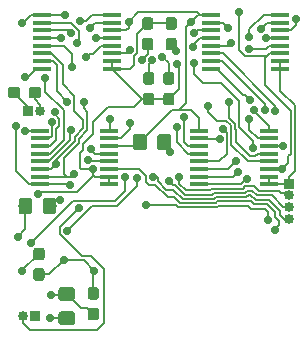
<source format=gbl>
G04 #@! TF.GenerationSoftware,KiCad,Pcbnew,(5.0.0)*
G04 #@! TF.CreationDate,2018-11-26T10:25:21+01:00*
G04 #@! TF.ProjectId,Insole_PCB,496E736F6C655F5043422E6B69636164,rev?*
G04 #@! TF.SameCoordinates,Original*
G04 #@! TF.FileFunction,Copper,L2,Bot,Signal*
G04 #@! TF.FilePolarity,Positive*
%FSLAX46Y46*%
G04 Gerber Fmt 4.6, Leading zero omitted, Abs format (unit mm)*
G04 Created by KiCad (PCBNEW (5.0.0)) date 11/26/18 10:25:21*
%MOMM*%
%LPD*%
G01*
G04 APERTURE LIST*
G04 #@! TA.AperFunction,SMDPad,CuDef*
%ADD10R,1.500000X0.450000*%
G04 #@! TD*
G04 #@! TA.AperFunction,Conductor*
%ADD11C,0.100000*%
G04 #@! TD*
G04 #@! TA.AperFunction,SMDPad,CuDef*
%ADD12C,0.950000*%
G04 #@! TD*
G04 #@! TA.AperFunction,ComponentPad*
%ADD13R,0.850000X0.850000*%
G04 #@! TD*
G04 #@! TA.AperFunction,ComponentPad*
%ADD14O,0.850000X0.850000*%
G04 #@! TD*
G04 #@! TA.AperFunction,SMDPad,CuDef*
%ADD15C,1.150000*%
G04 #@! TD*
G04 #@! TA.AperFunction,ViaPad*
%ADD16C,0.700000*%
G04 #@! TD*
G04 #@! TA.AperFunction,Conductor*
%ADD17C,0.160000*%
G04 #@! TD*
G04 APERTURE END LIST*
D10*
G04 #@! TO.P,U2,1*
G04 #@! TO.N,/U2_A4*
X166350000Y-73725000D03*
G04 #@! TO.P,U2,2*
G04 #@! TO.N,/U2_A6*
X166350000Y-74375000D03*
G04 #@! TO.P,U2,3*
G04 #@! TO.N,+3V3*
X166350000Y-75025000D03*
G04 #@! TO.P,U2,4*
G04 #@! TO.N,/U2_A7*
X166350000Y-75675000D03*
G04 #@! TO.P,U2,5*
G04 #@! TO.N,/U2_A5*
X166350000Y-76325000D03*
G04 #@! TO.P,U2,6*
G04 #@! TO.N,/MUX_E*
X166350000Y-76975000D03*
G04 #@! TO.P,U2,7*
G04 #@! TO.N,GND*
X166350000Y-77625000D03*
G04 #@! TO.P,U2,8*
X166350000Y-78275000D03*
G04 #@! TO.P,U2,9*
G04 #@! TO.N,/S2*
X160450000Y-78275000D03*
G04 #@! TO.P,U2,10*
G04 #@! TO.N,/S1*
X160450000Y-77625000D03*
G04 #@! TO.P,U2,11*
G04 #@! TO.N,/S0*
X160450000Y-76975000D03*
G04 #@! TO.P,U2,12*
G04 #@! TO.N,/U2_A3*
X160450000Y-76325000D03*
G04 #@! TO.P,U2,13*
G04 #@! TO.N,/U2_A0*
X160450000Y-75675000D03*
G04 #@! TO.P,U2,14*
G04 #@! TO.N,/U2_A1*
X160450000Y-75025000D03*
G04 #@! TO.P,U2,15*
G04 #@! TO.N,/U2_A2*
X160450000Y-74375000D03*
G04 #@! TO.P,U2,16*
G04 #@! TO.N,+3V3*
X160450000Y-73725000D03*
G04 #@! TD*
G04 #@! TO.P,U4,1*
G04 #@! TO.N,/U4_A4*
X153050000Y-63925000D03*
G04 #@! TO.P,U4,2*
G04 #@! TO.N,/U4_A6*
X153050000Y-64575000D03*
G04 #@! TO.P,U4,3*
G04 #@! TO.N,+3V3*
X153050000Y-65225000D03*
G04 #@! TO.P,U4,4*
G04 #@! TO.N,/U4_A7*
X153050000Y-65875000D03*
G04 #@! TO.P,U4,5*
G04 #@! TO.N,/U4_A5*
X153050000Y-66525000D03*
G04 #@! TO.P,U4,6*
G04 #@! TO.N,/MUX_E*
X153050000Y-67175000D03*
G04 #@! TO.P,U4,7*
G04 #@! TO.N,GND*
X153050000Y-67825000D03*
G04 #@! TO.P,U4,8*
X153050000Y-68475000D03*
G04 #@! TO.P,U4,9*
G04 #@! TO.N,/S2*
X147150000Y-68475000D03*
G04 #@! TO.P,U4,10*
G04 #@! TO.N,/S1*
X147150000Y-67825000D03*
G04 #@! TO.P,U4,11*
G04 #@! TO.N,/S0*
X147150000Y-67175000D03*
G04 #@! TO.P,U4,12*
G04 #@! TO.N,/U4_A3*
X147150000Y-66525000D03*
G04 #@! TO.P,U4,13*
G04 #@! TO.N,/U4_A0*
X147150000Y-65875000D03*
G04 #@! TO.P,U4,14*
G04 #@! TO.N,/U4_A1*
X147150000Y-65225000D03*
G04 #@! TO.P,U4,15*
G04 #@! TO.N,/U4_A2*
X147150000Y-64575000D03*
G04 #@! TO.P,U4,16*
G04 #@! TO.N,+3V3*
X147150000Y-63925000D03*
G04 #@! TD*
G04 #@! TO.P,U3,16*
G04 #@! TO.N,+3V3*
X146950000Y-73725000D03*
G04 #@! TO.P,U3,15*
G04 #@! TO.N,/U3_A2*
X146950000Y-74375000D03*
G04 #@! TO.P,U3,14*
G04 #@! TO.N,/U3_A1*
X146950000Y-75025000D03*
G04 #@! TO.P,U3,13*
G04 #@! TO.N,/U3_A0*
X146950000Y-75675000D03*
G04 #@! TO.P,U3,12*
G04 #@! TO.N,/U3_A3*
X146950000Y-76325000D03*
G04 #@! TO.P,U3,11*
G04 #@! TO.N,/S0*
X146950000Y-76975000D03*
G04 #@! TO.P,U3,10*
G04 #@! TO.N,/S1*
X146950000Y-77625000D03*
G04 #@! TO.P,U3,9*
G04 #@! TO.N,/S2*
X146950000Y-78275000D03*
G04 #@! TO.P,U3,8*
G04 #@! TO.N,GND*
X152850000Y-78275000D03*
G04 #@! TO.P,U3,7*
X152850000Y-77625000D03*
G04 #@! TO.P,U3,6*
G04 #@! TO.N,/MUX_E*
X152850000Y-76975000D03*
G04 #@! TO.P,U3,5*
G04 #@! TO.N,/U3_A5*
X152850000Y-76325000D03*
G04 #@! TO.P,U3,4*
G04 #@! TO.N,/U3_A7*
X152850000Y-75675000D03*
G04 #@! TO.P,U3,3*
G04 #@! TO.N,+3V3*
X152850000Y-75025000D03*
G04 #@! TO.P,U3,2*
G04 #@! TO.N,/U3_A6*
X152850000Y-74375000D03*
G04 #@! TO.P,U3,1*
G04 #@! TO.N,/U3_A4*
X152850000Y-73725000D03*
G04 #@! TD*
D11*
G04 #@! TO.N,GND*
G04 #@! TO.C,C1*
G36*
X147160779Y-85376144D02*
X147183834Y-85379563D01*
X147206443Y-85385227D01*
X147228387Y-85393079D01*
X147249457Y-85403044D01*
X147269448Y-85415026D01*
X147288168Y-85428910D01*
X147305438Y-85444562D01*
X147321090Y-85461832D01*
X147334974Y-85480552D01*
X147346956Y-85500543D01*
X147356921Y-85521613D01*
X147364773Y-85543557D01*
X147370437Y-85566166D01*
X147373856Y-85589221D01*
X147375000Y-85612500D01*
X147375000Y-86187500D01*
X147373856Y-86210779D01*
X147370437Y-86233834D01*
X147364773Y-86256443D01*
X147356921Y-86278387D01*
X147346956Y-86299457D01*
X147334974Y-86319448D01*
X147321090Y-86338168D01*
X147305438Y-86355438D01*
X147288168Y-86371090D01*
X147269448Y-86384974D01*
X147249457Y-86396956D01*
X147228387Y-86406921D01*
X147206443Y-86414773D01*
X147183834Y-86420437D01*
X147160779Y-86423856D01*
X147137500Y-86425000D01*
X146662500Y-86425000D01*
X146639221Y-86423856D01*
X146616166Y-86420437D01*
X146593557Y-86414773D01*
X146571613Y-86406921D01*
X146550543Y-86396956D01*
X146530552Y-86384974D01*
X146511832Y-86371090D01*
X146494562Y-86355438D01*
X146478910Y-86338168D01*
X146465026Y-86319448D01*
X146453044Y-86299457D01*
X146443079Y-86278387D01*
X146435227Y-86256443D01*
X146429563Y-86233834D01*
X146426144Y-86210779D01*
X146425000Y-86187500D01*
X146425000Y-85612500D01*
X146426144Y-85589221D01*
X146429563Y-85566166D01*
X146435227Y-85543557D01*
X146443079Y-85521613D01*
X146453044Y-85500543D01*
X146465026Y-85480552D01*
X146478910Y-85461832D01*
X146494562Y-85444562D01*
X146511832Y-85428910D01*
X146530552Y-85415026D01*
X146550543Y-85403044D01*
X146571613Y-85393079D01*
X146593557Y-85385227D01*
X146616166Y-85379563D01*
X146639221Y-85376144D01*
X146662500Y-85375000D01*
X147137500Y-85375000D01*
X147160779Y-85376144D01*
X147160779Y-85376144D01*
G37*
D12*
G04 #@! TD*
G04 #@! TO.P,C1,2*
G04 #@! TO.N,GND*
X146900000Y-85900000D03*
D11*
G04 #@! TO.N,+3V3*
G04 #@! TO.C,C1*
G36*
X147160779Y-83626144D02*
X147183834Y-83629563D01*
X147206443Y-83635227D01*
X147228387Y-83643079D01*
X147249457Y-83653044D01*
X147269448Y-83665026D01*
X147288168Y-83678910D01*
X147305438Y-83694562D01*
X147321090Y-83711832D01*
X147334974Y-83730552D01*
X147346956Y-83750543D01*
X147356921Y-83771613D01*
X147364773Y-83793557D01*
X147370437Y-83816166D01*
X147373856Y-83839221D01*
X147375000Y-83862500D01*
X147375000Y-84437500D01*
X147373856Y-84460779D01*
X147370437Y-84483834D01*
X147364773Y-84506443D01*
X147356921Y-84528387D01*
X147346956Y-84549457D01*
X147334974Y-84569448D01*
X147321090Y-84588168D01*
X147305438Y-84605438D01*
X147288168Y-84621090D01*
X147269448Y-84634974D01*
X147249457Y-84646956D01*
X147228387Y-84656921D01*
X147206443Y-84664773D01*
X147183834Y-84670437D01*
X147160779Y-84673856D01*
X147137500Y-84675000D01*
X146662500Y-84675000D01*
X146639221Y-84673856D01*
X146616166Y-84670437D01*
X146593557Y-84664773D01*
X146571613Y-84656921D01*
X146550543Y-84646956D01*
X146530552Y-84634974D01*
X146511832Y-84621090D01*
X146494562Y-84605438D01*
X146478910Y-84588168D01*
X146465026Y-84569448D01*
X146453044Y-84549457D01*
X146443079Y-84528387D01*
X146435227Y-84506443D01*
X146429563Y-84483834D01*
X146426144Y-84460779D01*
X146425000Y-84437500D01*
X146425000Y-83862500D01*
X146426144Y-83839221D01*
X146429563Y-83816166D01*
X146435227Y-83793557D01*
X146443079Y-83771613D01*
X146453044Y-83750543D01*
X146465026Y-83730552D01*
X146478910Y-83711832D01*
X146494562Y-83694562D01*
X146511832Y-83678910D01*
X146530552Y-83665026D01*
X146550543Y-83653044D01*
X146571613Y-83643079D01*
X146593557Y-83635227D01*
X146616166Y-83629563D01*
X146639221Y-83626144D01*
X146662500Y-83625000D01*
X147137500Y-83625000D01*
X147160779Y-83626144D01*
X147160779Y-83626144D01*
G37*
D12*
G04 #@! TD*
G04 #@! TO.P,C1,1*
G04 #@! TO.N,+3V3*
X146900000Y-84150000D03*
D10*
G04 #@! TO.P,U1,16*
G04 #@! TO.N,+3V3*
X161450000Y-63925000D03*
G04 #@! TO.P,U1,15*
G04 #@! TO.N,/U1_A2*
X161450000Y-64575000D03*
G04 #@! TO.P,U1,14*
G04 #@! TO.N,/U1_A1*
X161450000Y-65225000D03*
G04 #@! TO.P,U1,13*
G04 #@! TO.N,/U1_A0*
X161450000Y-65875000D03*
G04 #@! TO.P,U1,12*
G04 #@! TO.N,/U1_A3*
X161450000Y-66525000D03*
G04 #@! TO.P,U1,11*
G04 #@! TO.N,/S0*
X161450000Y-67175000D03*
G04 #@! TO.P,U1,10*
G04 #@! TO.N,/S1*
X161450000Y-67825000D03*
G04 #@! TO.P,U1,9*
G04 #@! TO.N,/S2*
X161450000Y-68475000D03*
G04 #@! TO.P,U1,8*
G04 #@! TO.N,GND*
X167350000Y-68475000D03*
G04 #@! TO.P,U1,7*
X167350000Y-67825000D03*
G04 #@! TO.P,U1,6*
G04 #@! TO.N,/MUX_E*
X167350000Y-67175000D03*
G04 #@! TO.P,U1,5*
G04 #@! TO.N,/U1_A5*
X167350000Y-66525000D03*
G04 #@! TO.P,U1,4*
G04 #@! TO.N,/U1_A7*
X167350000Y-65875000D03*
G04 #@! TO.P,U1,3*
G04 #@! TO.N,+3V3*
X167350000Y-65225000D03*
G04 #@! TO.P,U1,2*
G04 #@! TO.N,/U1_A6*
X167350000Y-64575000D03*
G04 #@! TO.P,U1,1*
G04 #@! TO.N,/U1_A4*
X167350000Y-63925000D03*
G04 #@! TD*
D11*
G04 #@! TO.N,GND*
G04 #@! TO.C,C2*
G36*
X145110779Y-70026144D02*
X145133834Y-70029563D01*
X145156443Y-70035227D01*
X145178387Y-70043079D01*
X145199457Y-70053044D01*
X145219448Y-70065026D01*
X145238168Y-70078910D01*
X145255438Y-70094562D01*
X145271090Y-70111832D01*
X145284974Y-70130552D01*
X145296956Y-70150543D01*
X145306921Y-70171613D01*
X145314773Y-70193557D01*
X145320437Y-70216166D01*
X145323856Y-70239221D01*
X145325000Y-70262500D01*
X145325000Y-70737500D01*
X145323856Y-70760779D01*
X145320437Y-70783834D01*
X145314773Y-70806443D01*
X145306921Y-70828387D01*
X145296956Y-70849457D01*
X145284974Y-70869448D01*
X145271090Y-70888168D01*
X145255438Y-70905438D01*
X145238168Y-70921090D01*
X145219448Y-70934974D01*
X145199457Y-70946956D01*
X145178387Y-70956921D01*
X145156443Y-70964773D01*
X145133834Y-70970437D01*
X145110779Y-70973856D01*
X145087500Y-70975000D01*
X144512500Y-70975000D01*
X144489221Y-70973856D01*
X144466166Y-70970437D01*
X144443557Y-70964773D01*
X144421613Y-70956921D01*
X144400543Y-70946956D01*
X144380552Y-70934974D01*
X144361832Y-70921090D01*
X144344562Y-70905438D01*
X144328910Y-70888168D01*
X144315026Y-70869448D01*
X144303044Y-70849457D01*
X144293079Y-70828387D01*
X144285227Y-70806443D01*
X144279563Y-70783834D01*
X144276144Y-70760779D01*
X144275000Y-70737500D01*
X144275000Y-70262500D01*
X144276144Y-70239221D01*
X144279563Y-70216166D01*
X144285227Y-70193557D01*
X144293079Y-70171613D01*
X144303044Y-70150543D01*
X144315026Y-70130552D01*
X144328910Y-70111832D01*
X144344562Y-70094562D01*
X144361832Y-70078910D01*
X144380552Y-70065026D01*
X144400543Y-70053044D01*
X144421613Y-70043079D01*
X144443557Y-70035227D01*
X144466166Y-70029563D01*
X144489221Y-70026144D01*
X144512500Y-70025000D01*
X145087500Y-70025000D01*
X145110779Y-70026144D01*
X145110779Y-70026144D01*
G37*
D12*
G04 #@! TD*
G04 #@! TO.P,C2,1*
G04 #@! TO.N,GND*
X144800000Y-70500000D03*
D11*
G04 #@! TO.N,+5V*
G04 #@! TO.C,C2*
G36*
X146860779Y-70026144D02*
X146883834Y-70029563D01*
X146906443Y-70035227D01*
X146928387Y-70043079D01*
X146949457Y-70053044D01*
X146969448Y-70065026D01*
X146988168Y-70078910D01*
X147005438Y-70094562D01*
X147021090Y-70111832D01*
X147034974Y-70130552D01*
X147046956Y-70150543D01*
X147056921Y-70171613D01*
X147064773Y-70193557D01*
X147070437Y-70216166D01*
X147073856Y-70239221D01*
X147075000Y-70262500D01*
X147075000Y-70737500D01*
X147073856Y-70760779D01*
X147070437Y-70783834D01*
X147064773Y-70806443D01*
X147056921Y-70828387D01*
X147046956Y-70849457D01*
X147034974Y-70869448D01*
X147021090Y-70888168D01*
X147005438Y-70905438D01*
X146988168Y-70921090D01*
X146969448Y-70934974D01*
X146949457Y-70946956D01*
X146928387Y-70956921D01*
X146906443Y-70964773D01*
X146883834Y-70970437D01*
X146860779Y-70973856D01*
X146837500Y-70975000D01*
X146262500Y-70975000D01*
X146239221Y-70973856D01*
X146216166Y-70970437D01*
X146193557Y-70964773D01*
X146171613Y-70956921D01*
X146150543Y-70946956D01*
X146130552Y-70934974D01*
X146111832Y-70921090D01*
X146094562Y-70905438D01*
X146078910Y-70888168D01*
X146065026Y-70869448D01*
X146053044Y-70849457D01*
X146043079Y-70828387D01*
X146035227Y-70806443D01*
X146029563Y-70783834D01*
X146026144Y-70760779D01*
X146025000Y-70737500D01*
X146025000Y-70262500D01*
X146026144Y-70239221D01*
X146029563Y-70216166D01*
X146035227Y-70193557D01*
X146043079Y-70171613D01*
X146053044Y-70150543D01*
X146065026Y-70130552D01*
X146078910Y-70111832D01*
X146094562Y-70094562D01*
X146111832Y-70078910D01*
X146130552Y-70065026D01*
X146150543Y-70053044D01*
X146171613Y-70043079D01*
X146193557Y-70035227D01*
X146216166Y-70029563D01*
X146239221Y-70026144D01*
X146262500Y-70025000D01*
X146837500Y-70025000D01*
X146860779Y-70026144D01*
X146860779Y-70026144D01*
G37*
D12*
G04 #@! TD*
G04 #@! TO.P,C2,2*
G04 #@! TO.N,+5V*
X146550000Y-70500000D03*
D11*
G04 #@! TO.N,+3V3*
G04 #@! TO.C,C4*
G36*
X151760779Y-88726144D02*
X151783834Y-88729563D01*
X151806443Y-88735227D01*
X151828387Y-88743079D01*
X151849457Y-88753044D01*
X151869448Y-88765026D01*
X151888168Y-88778910D01*
X151905438Y-88794562D01*
X151921090Y-88811832D01*
X151934974Y-88830552D01*
X151946956Y-88850543D01*
X151956921Y-88871613D01*
X151964773Y-88893557D01*
X151970437Y-88916166D01*
X151973856Y-88939221D01*
X151975000Y-88962500D01*
X151975000Y-89537500D01*
X151973856Y-89560779D01*
X151970437Y-89583834D01*
X151964773Y-89606443D01*
X151956921Y-89628387D01*
X151946956Y-89649457D01*
X151934974Y-89669448D01*
X151921090Y-89688168D01*
X151905438Y-89705438D01*
X151888168Y-89721090D01*
X151869448Y-89734974D01*
X151849457Y-89746956D01*
X151828387Y-89756921D01*
X151806443Y-89764773D01*
X151783834Y-89770437D01*
X151760779Y-89773856D01*
X151737500Y-89775000D01*
X151262500Y-89775000D01*
X151239221Y-89773856D01*
X151216166Y-89770437D01*
X151193557Y-89764773D01*
X151171613Y-89756921D01*
X151150543Y-89746956D01*
X151130552Y-89734974D01*
X151111832Y-89721090D01*
X151094562Y-89705438D01*
X151078910Y-89688168D01*
X151065026Y-89669448D01*
X151053044Y-89649457D01*
X151043079Y-89628387D01*
X151035227Y-89606443D01*
X151029563Y-89583834D01*
X151026144Y-89560779D01*
X151025000Y-89537500D01*
X151025000Y-88962500D01*
X151026144Y-88939221D01*
X151029563Y-88916166D01*
X151035227Y-88893557D01*
X151043079Y-88871613D01*
X151053044Y-88850543D01*
X151065026Y-88830552D01*
X151078910Y-88811832D01*
X151094562Y-88794562D01*
X151111832Y-88778910D01*
X151130552Y-88765026D01*
X151150543Y-88753044D01*
X151171613Y-88743079D01*
X151193557Y-88735227D01*
X151216166Y-88729563D01*
X151239221Y-88726144D01*
X151262500Y-88725000D01*
X151737500Y-88725000D01*
X151760779Y-88726144D01*
X151760779Y-88726144D01*
G37*
D12*
G04 #@! TD*
G04 #@! TO.P,C4,1*
G04 #@! TO.N,+3V3*
X151500000Y-89250000D03*
D11*
G04 #@! TO.N,GND*
G04 #@! TO.C,C4*
G36*
X151760779Y-86976144D02*
X151783834Y-86979563D01*
X151806443Y-86985227D01*
X151828387Y-86993079D01*
X151849457Y-87003044D01*
X151869448Y-87015026D01*
X151888168Y-87028910D01*
X151905438Y-87044562D01*
X151921090Y-87061832D01*
X151934974Y-87080552D01*
X151946956Y-87100543D01*
X151956921Y-87121613D01*
X151964773Y-87143557D01*
X151970437Y-87166166D01*
X151973856Y-87189221D01*
X151975000Y-87212500D01*
X151975000Y-87787500D01*
X151973856Y-87810779D01*
X151970437Y-87833834D01*
X151964773Y-87856443D01*
X151956921Y-87878387D01*
X151946956Y-87899457D01*
X151934974Y-87919448D01*
X151921090Y-87938168D01*
X151905438Y-87955438D01*
X151888168Y-87971090D01*
X151869448Y-87984974D01*
X151849457Y-87996956D01*
X151828387Y-88006921D01*
X151806443Y-88014773D01*
X151783834Y-88020437D01*
X151760779Y-88023856D01*
X151737500Y-88025000D01*
X151262500Y-88025000D01*
X151239221Y-88023856D01*
X151216166Y-88020437D01*
X151193557Y-88014773D01*
X151171613Y-88006921D01*
X151150543Y-87996956D01*
X151130552Y-87984974D01*
X151111832Y-87971090D01*
X151094562Y-87955438D01*
X151078910Y-87938168D01*
X151065026Y-87919448D01*
X151053044Y-87899457D01*
X151043079Y-87878387D01*
X151035227Y-87856443D01*
X151029563Y-87833834D01*
X151026144Y-87810779D01*
X151025000Y-87787500D01*
X151025000Y-87212500D01*
X151026144Y-87189221D01*
X151029563Y-87166166D01*
X151035227Y-87143557D01*
X151043079Y-87121613D01*
X151053044Y-87100543D01*
X151065026Y-87080552D01*
X151078910Y-87061832D01*
X151094562Y-87044562D01*
X151111832Y-87028910D01*
X151130552Y-87015026D01*
X151150543Y-87003044D01*
X151171613Y-86993079D01*
X151193557Y-86985227D01*
X151216166Y-86979563D01*
X151239221Y-86976144D01*
X151262500Y-86975000D01*
X151737500Y-86975000D01*
X151760779Y-86976144D01*
X151760779Y-86976144D01*
G37*
D12*
G04 #@! TD*
G04 #@! TO.P,C4,2*
G04 #@! TO.N,GND*
X151500000Y-87500000D03*
D13*
G04 #@! TO.P,J1,1*
G04 #@! TO.N,GND*
X146000000Y-72100000D03*
D14*
G04 #@! TO.P,J1,2*
G04 #@! TO.N,+5V*
X147000000Y-72100000D03*
G04 #@! TD*
G04 #@! TO.P,J2,2*
G04 #@! TO.N,+BATT*
X145550000Y-89400000D03*
D13*
G04 #@! TO.P,J2,1*
G04 #@! TO.N,GND*
X146550000Y-89400000D03*
G04 #@! TD*
G04 #@! TO.P,J3,1*
G04 #@! TO.N,GND*
X168100000Y-78200000D03*
D14*
G04 #@! TO.P,J3,2*
G04 #@! TO.N,Net-(J3-Pad2)*
X168100000Y-79200000D03*
G04 #@! TO.P,J3,3*
G04 #@! TO.N,Net-(J3-Pad3)*
X168100000Y-80200000D03*
G04 #@! TO.P,J3,4*
G04 #@! TO.N,Net-(J3-Pad4)*
X168100000Y-81200000D03*
G04 #@! TD*
D11*
G04 #@! TO.N,+3V3*
G04 #@! TO.C,L1*
G36*
X146099505Y-79401204D02*
X146123773Y-79404804D01*
X146147572Y-79410765D01*
X146170671Y-79419030D01*
X146192850Y-79429520D01*
X146213893Y-79442132D01*
X146233599Y-79456747D01*
X146251777Y-79473223D01*
X146268253Y-79491401D01*
X146282868Y-79511107D01*
X146295480Y-79532150D01*
X146305970Y-79554329D01*
X146314235Y-79577428D01*
X146320196Y-79601227D01*
X146323796Y-79625495D01*
X146325000Y-79649999D01*
X146325000Y-80550001D01*
X146323796Y-80574505D01*
X146320196Y-80598773D01*
X146314235Y-80622572D01*
X146305970Y-80645671D01*
X146295480Y-80667850D01*
X146282868Y-80688893D01*
X146268253Y-80708599D01*
X146251777Y-80726777D01*
X146233599Y-80743253D01*
X146213893Y-80757868D01*
X146192850Y-80770480D01*
X146170671Y-80780970D01*
X146147572Y-80789235D01*
X146123773Y-80795196D01*
X146099505Y-80798796D01*
X146075001Y-80800000D01*
X145424999Y-80800000D01*
X145400495Y-80798796D01*
X145376227Y-80795196D01*
X145352428Y-80789235D01*
X145329329Y-80780970D01*
X145307150Y-80770480D01*
X145286107Y-80757868D01*
X145266401Y-80743253D01*
X145248223Y-80726777D01*
X145231747Y-80708599D01*
X145217132Y-80688893D01*
X145204520Y-80667850D01*
X145194030Y-80645671D01*
X145185765Y-80622572D01*
X145179804Y-80598773D01*
X145176204Y-80574505D01*
X145175000Y-80550001D01*
X145175000Y-79649999D01*
X145176204Y-79625495D01*
X145179804Y-79601227D01*
X145185765Y-79577428D01*
X145194030Y-79554329D01*
X145204520Y-79532150D01*
X145217132Y-79511107D01*
X145231747Y-79491401D01*
X145248223Y-79473223D01*
X145266401Y-79456747D01*
X145286107Y-79442132D01*
X145307150Y-79429520D01*
X145329329Y-79419030D01*
X145352428Y-79410765D01*
X145376227Y-79404804D01*
X145400495Y-79401204D01*
X145424999Y-79400000D01*
X146075001Y-79400000D01*
X146099505Y-79401204D01*
X146099505Y-79401204D01*
G37*
D15*
G04 #@! TD*
G04 #@! TO.P,L1,1*
G04 #@! TO.N,+3V3*
X145750000Y-80100000D03*
D11*
G04 #@! TO.N,Net-(L1-Pad2)*
G04 #@! TO.C,L1*
G36*
X148149505Y-79401204D02*
X148173773Y-79404804D01*
X148197572Y-79410765D01*
X148220671Y-79419030D01*
X148242850Y-79429520D01*
X148263893Y-79442132D01*
X148283599Y-79456747D01*
X148301777Y-79473223D01*
X148318253Y-79491401D01*
X148332868Y-79511107D01*
X148345480Y-79532150D01*
X148355970Y-79554329D01*
X148364235Y-79577428D01*
X148370196Y-79601227D01*
X148373796Y-79625495D01*
X148375000Y-79649999D01*
X148375000Y-80550001D01*
X148373796Y-80574505D01*
X148370196Y-80598773D01*
X148364235Y-80622572D01*
X148355970Y-80645671D01*
X148345480Y-80667850D01*
X148332868Y-80688893D01*
X148318253Y-80708599D01*
X148301777Y-80726777D01*
X148283599Y-80743253D01*
X148263893Y-80757868D01*
X148242850Y-80770480D01*
X148220671Y-80780970D01*
X148197572Y-80789235D01*
X148173773Y-80795196D01*
X148149505Y-80798796D01*
X148125001Y-80800000D01*
X147474999Y-80800000D01*
X147450495Y-80798796D01*
X147426227Y-80795196D01*
X147402428Y-80789235D01*
X147379329Y-80780970D01*
X147357150Y-80770480D01*
X147336107Y-80757868D01*
X147316401Y-80743253D01*
X147298223Y-80726777D01*
X147281747Y-80708599D01*
X147267132Y-80688893D01*
X147254520Y-80667850D01*
X147244030Y-80645671D01*
X147235765Y-80622572D01*
X147229804Y-80598773D01*
X147226204Y-80574505D01*
X147225000Y-80550001D01*
X147225000Y-79649999D01*
X147226204Y-79625495D01*
X147229804Y-79601227D01*
X147235765Y-79577428D01*
X147244030Y-79554329D01*
X147254520Y-79532150D01*
X147267132Y-79511107D01*
X147281747Y-79491401D01*
X147298223Y-79473223D01*
X147316401Y-79456747D01*
X147336107Y-79442132D01*
X147357150Y-79429520D01*
X147379329Y-79419030D01*
X147402428Y-79410765D01*
X147426227Y-79404804D01*
X147450495Y-79401204D01*
X147474999Y-79400000D01*
X148125001Y-79400000D01*
X148149505Y-79401204D01*
X148149505Y-79401204D01*
G37*
D15*
G04 #@! TD*
G04 #@! TO.P,L1,2*
G04 #@! TO.N,Net-(L1-Pad2)*
X147800000Y-80100000D03*
D11*
G04 #@! TO.N,Net-(L2-Pad2)*
G04 #@! TO.C,L2*
G36*
X157849505Y-74001204D02*
X157873773Y-74004804D01*
X157897572Y-74010765D01*
X157920671Y-74019030D01*
X157942850Y-74029520D01*
X157963893Y-74042132D01*
X157983599Y-74056747D01*
X158001777Y-74073223D01*
X158018253Y-74091401D01*
X158032868Y-74111107D01*
X158045480Y-74132150D01*
X158055970Y-74154329D01*
X158064235Y-74177428D01*
X158070196Y-74201227D01*
X158073796Y-74225495D01*
X158075000Y-74249999D01*
X158075000Y-75150001D01*
X158073796Y-75174505D01*
X158070196Y-75198773D01*
X158064235Y-75222572D01*
X158055970Y-75245671D01*
X158045480Y-75267850D01*
X158032868Y-75288893D01*
X158018253Y-75308599D01*
X158001777Y-75326777D01*
X157983599Y-75343253D01*
X157963893Y-75357868D01*
X157942850Y-75370480D01*
X157920671Y-75380970D01*
X157897572Y-75389235D01*
X157873773Y-75395196D01*
X157849505Y-75398796D01*
X157825001Y-75400000D01*
X157174999Y-75400000D01*
X157150495Y-75398796D01*
X157126227Y-75395196D01*
X157102428Y-75389235D01*
X157079329Y-75380970D01*
X157057150Y-75370480D01*
X157036107Y-75357868D01*
X157016401Y-75343253D01*
X156998223Y-75326777D01*
X156981747Y-75308599D01*
X156967132Y-75288893D01*
X156954520Y-75267850D01*
X156944030Y-75245671D01*
X156935765Y-75222572D01*
X156929804Y-75198773D01*
X156926204Y-75174505D01*
X156925000Y-75150001D01*
X156925000Y-74249999D01*
X156926204Y-74225495D01*
X156929804Y-74201227D01*
X156935765Y-74177428D01*
X156944030Y-74154329D01*
X156954520Y-74132150D01*
X156967132Y-74111107D01*
X156981747Y-74091401D01*
X156998223Y-74073223D01*
X157016401Y-74056747D01*
X157036107Y-74042132D01*
X157057150Y-74029520D01*
X157079329Y-74019030D01*
X157102428Y-74010765D01*
X157126227Y-74004804D01*
X157150495Y-74001204D01*
X157174999Y-74000000D01*
X157825001Y-74000000D01*
X157849505Y-74001204D01*
X157849505Y-74001204D01*
G37*
D15*
G04 #@! TD*
G04 #@! TO.P,L2,2*
G04 #@! TO.N,Net-(L2-Pad2)*
X157500000Y-74700000D03*
D11*
G04 #@! TO.N,+3V3*
G04 #@! TO.C,L2*
G36*
X155799505Y-74001204D02*
X155823773Y-74004804D01*
X155847572Y-74010765D01*
X155870671Y-74019030D01*
X155892850Y-74029520D01*
X155913893Y-74042132D01*
X155933599Y-74056747D01*
X155951777Y-74073223D01*
X155968253Y-74091401D01*
X155982868Y-74111107D01*
X155995480Y-74132150D01*
X156005970Y-74154329D01*
X156014235Y-74177428D01*
X156020196Y-74201227D01*
X156023796Y-74225495D01*
X156025000Y-74249999D01*
X156025000Y-75150001D01*
X156023796Y-75174505D01*
X156020196Y-75198773D01*
X156014235Y-75222572D01*
X156005970Y-75245671D01*
X155995480Y-75267850D01*
X155982868Y-75288893D01*
X155968253Y-75308599D01*
X155951777Y-75326777D01*
X155933599Y-75343253D01*
X155913893Y-75357868D01*
X155892850Y-75370480D01*
X155870671Y-75380970D01*
X155847572Y-75389235D01*
X155823773Y-75395196D01*
X155799505Y-75398796D01*
X155775001Y-75400000D01*
X155124999Y-75400000D01*
X155100495Y-75398796D01*
X155076227Y-75395196D01*
X155052428Y-75389235D01*
X155029329Y-75380970D01*
X155007150Y-75370480D01*
X154986107Y-75357868D01*
X154966401Y-75343253D01*
X154948223Y-75326777D01*
X154931747Y-75308599D01*
X154917132Y-75288893D01*
X154904520Y-75267850D01*
X154894030Y-75245671D01*
X154885765Y-75222572D01*
X154879804Y-75198773D01*
X154876204Y-75174505D01*
X154875000Y-75150001D01*
X154875000Y-74249999D01*
X154876204Y-74225495D01*
X154879804Y-74201227D01*
X154885765Y-74177428D01*
X154894030Y-74154329D01*
X154904520Y-74132150D01*
X154917132Y-74111107D01*
X154931747Y-74091401D01*
X154948223Y-74073223D01*
X154966401Y-74056747D01*
X154986107Y-74042132D01*
X155007150Y-74029520D01*
X155029329Y-74019030D01*
X155052428Y-74010765D01*
X155076227Y-74004804D01*
X155100495Y-74001204D01*
X155124999Y-74000000D01*
X155775001Y-74000000D01*
X155799505Y-74001204D01*
X155799505Y-74001204D01*
G37*
D15*
G04 #@! TD*
G04 #@! TO.P,L2,1*
G04 #@! TO.N,+3V3*
X155450000Y-74700000D03*
D11*
G04 #@! TO.N,Net-(L3-Pad1)*
G04 #@! TO.C,L3*
G36*
X149724505Y-89026204D02*
X149748773Y-89029804D01*
X149772572Y-89035765D01*
X149795671Y-89044030D01*
X149817850Y-89054520D01*
X149838893Y-89067132D01*
X149858599Y-89081747D01*
X149876777Y-89098223D01*
X149893253Y-89116401D01*
X149907868Y-89136107D01*
X149920480Y-89157150D01*
X149930970Y-89179329D01*
X149939235Y-89202428D01*
X149945196Y-89226227D01*
X149948796Y-89250495D01*
X149950000Y-89274999D01*
X149950000Y-89925001D01*
X149948796Y-89949505D01*
X149945196Y-89973773D01*
X149939235Y-89997572D01*
X149930970Y-90020671D01*
X149920480Y-90042850D01*
X149907868Y-90063893D01*
X149893253Y-90083599D01*
X149876777Y-90101777D01*
X149858599Y-90118253D01*
X149838893Y-90132868D01*
X149817850Y-90145480D01*
X149795671Y-90155970D01*
X149772572Y-90164235D01*
X149748773Y-90170196D01*
X149724505Y-90173796D01*
X149700001Y-90175000D01*
X148799999Y-90175000D01*
X148775495Y-90173796D01*
X148751227Y-90170196D01*
X148727428Y-90164235D01*
X148704329Y-90155970D01*
X148682150Y-90145480D01*
X148661107Y-90132868D01*
X148641401Y-90118253D01*
X148623223Y-90101777D01*
X148606747Y-90083599D01*
X148592132Y-90063893D01*
X148579520Y-90042850D01*
X148569030Y-90020671D01*
X148560765Y-89997572D01*
X148554804Y-89973773D01*
X148551204Y-89949505D01*
X148550000Y-89925001D01*
X148550000Y-89274999D01*
X148551204Y-89250495D01*
X148554804Y-89226227D01*
X148560765Y-89202428D01*
X148569030Y-89179329D01*
X148579520Y-89157150D01*
X148592132Y-89136107D01*
X148606747Y-89116401D01*
X148623223Y-89098223D01*
X148641401Y-89081747D01*
X148661107Y-89067132D01*
X148682150Y-89054520D01*
X148704329Y-89044030D01*
X148727428Y-89035765D01*
X148751227Y-89029804D01*
X148775495Y-89026204D01*
X148799999Y-89025000D01*
X149700001Y-89025000D01*
X149724505Y-89026204D01*
X149724505Y-89026204D01*
G37*
D15*
G04 #@! TD*
G04 #@! TO.P,L3,1*
G04 #@! TO.N,Net-(L3-Pad1)*
X149250000Y-89600000D03*
D11*
G04 #@! TO.N,+3V3*
G04 #@! TO.C,L3*
G36*
X149724505Y-86976204D02*
X149748773Y-86979804D01*
X149772572Y-86985765D01*
X149795671Y-86994030D01*
X149817850Y-87004520D01*
X149838893Y-87017132D01*
X149858599Y-87031747D01*
X149876777Y-87048223D01*
X149893253Y-87066401D01*
X149907868Y-87086107D01*
X149920480Y-87107150D01*
X149930970Y-87129329D01*
X149939235Y-87152428D01*
X149945196Y-87176227D01*
X149948796Y-87200495D01*
X149950000Y-87224999D01*
X149950000Y-87875001D01*
X149948796Y-87899505D01*
X149945196Y-87923773D01*
X149939235Y-87947572D01*
X149930970Y-87970671D01*
X149920480Y-87992850D01*
X149907868Y-88013893D01*
X149893253Y-88033599D01*
X149876777Y-88051777D01*
X149858599Y-88068253D01*
X149838893Y-88082868D01*
X149817850Y-88095480D01*
X149795671Y-88105970D01*
X149772572Y-88114235D01*
X149748773Y-88120196D01*
X149724505Y-88123796D01*
X149700001Y-88125000D01*
X148799999Y-88125000D01*
X148775495Y-88123796D01*
X148751227Y-88120196D01*
X148727428Y-88114235D01*
X148704329Y-88105970D01*
X148682150Y-88095480D01*
X148661107Y-88082868D01*
X148641401Y-88068253D01*
X148623223Y-88051777D01*
X148606747Y-88033599D01*
X148592132Y-88013893D01*
X148579520Y-87992850D01*
X148569030Y-87970671D01*
X148560765Y-87947572D01*
X148554804Y-87923773D01*
X148551204Y-87899505D01*
X148550000Y-87875001D01*
X148550000Y-87224999D01*
X148551204Y-87200495D01*
X148554804Y-87176227D01*
X148560765Y-87152428D01*
X148569030Y-87129329D01*
X148579520Y-87107150D01*
X148592132Y-87086107D01*
X148606747Y-87066401D01*
X148623223Y-87048223D01*
X148641401Y-87031747D01*
X148661107Y-87017132D01*
X148682150Y-87004520D01*
X148704329Y-86994030D01*
X148727428Y-86985765D01*
X148751227Y-86979804D01*
X148775495Y-86976204D01*
X148799999Y-86975000D01*
X149700001Y-86975000D01*
X149724505Y-86976204D01*
X149724505Y-86976204D01*
G37*
D15*
G04 #@! TD*
G04 #@! TO.P,L3,2*
G04 #@! TO.N,+3V3*
X149250000Y-87550000D03*
D11*
G04 #@! TO.N,GND*
G04 #@! TO.C,R4*
G36*
X156360779Y-64126144D02*
X156383834Y-64129563D01*
X156406443Y-64135227D01*
X156428387Y-64143079D01*
X156449457Y-64153044D01*
X156469448Y-64165026D01*
X156488168Y-64178910D01*
X156505438Y-64194562D01*
X156521090Y-64211832D01*
X156534974Y-64230552D01*
X156546956Y-64250543D01*
X156556921Y-64271613D01*
X156564773Y-64293557D01*
X156570437Y-64316166D01*
X156573856Y-64339221D01*
X156575000Y-64362500D01*
X156575000Y-64937500D01*
X156573856Y-64960779D01*
X156570437Y-64983834D01*
X156564773Y-65006443D01*
X156556921Y-65028387D01*
X156546956Y-65049457D01*
X156534974Y-65069448D01*
X156521090Y-65088168D01*
X156505438Y-65105438D01*
X156488168Y-65121090D01*
X156469448Y-65134974D01*
X156449457Y-65146956D01*
X156428387Y-65156921D01*
X156406443Y-65164773D01*
X156383834Y-65170437D01*
X156360779Y-65173856D01*
X156337500Y-65175000D01*
X155862500Y-65175000D01*
X155839221Y-65173856D01*
X155816166Y-65170437D01*
X155793557Y-65164773D01*
X155771613Y-65156921D01*
X155750543Y-65146956D01*
X155730552Y-65134974D01*
X155711832Y-65121090D01*
X155694562Y-65105438D01*
X155678910Y-65088168D01*
X155665026Y-65069448D01*
X155653044Y-65049457D01*
X155643079Y-65028387D01*
X155635227Y-65006443D01*
X155629563Y-64983834D01*
X155626144Y-64960779D01*
X155625000Y-64937500D01*
X155625000Y-64362500D01*
X155626144Y-64339221D01*
X155629563Y-64316166D01*
X155635227Y-64293557D01*
X155643079Y-64271613D01*
X155653044Y-64250543D01*
X155665026Y-64230552D01*
X155678910Y-64211832D01*
X155694562Y-64194562D01*
X155711832Y-64178910D01*
X155730552Y-64165026D01*
X155750543Y-64153044D01*
X155771613Y-64143079D01*
X155793557Y-64135227D01*
X155816166Y-64129563D01*
X155839221Y-64126144D01*
X155862500Y-64125000D01*
X156337500Y-64125000D01*
X156360779Y-64126144D01*
X156360779Y-64126144D01*
G37*
D12*
G04 #@! TD*
G04 #@! TO.P,R4,1*
G04 #@! TO.N,GND*
X156100000Y-64650000D03*
D11*
G04 #@! TO.N,/U4_Data*
G04 #@! TO.C,R4*
G36*
X156360779Y-65876144D02*
X156383834Y-65879563D01*
X156406443Y-65885227D01*
X156428387Y-65893079D01*
X156449457Y-65903044D01*
X156469448Y-65915026D01*
X156488168Y-65928910D01*
X156505438Y-65944562D01*
X156521090Y-65961832D01*
X156534974Y-65980552D01*
X156546956Y-66000543D01*
X156556921Y-66021613D01*
X156564773Y-66043557D01*
X156570437Y-66066166D01*
X156573856Y-66089221D01*
X156575000Y-66112500D01*
X156575000Y-66687500D01*
X156573856Y-66710779D01*
X156570437Y-66733834D01*
X156564773Y-66756443D01*
X156556921Y-66778387D01*
X156546956Y-66799457D01*
X156534974Y-66819448D01*
X156521090Y-66838168D01*
X156505438Y-66855438D01*
X156488168Y-66871090D01*
X156469448Y-66884974D01*
X156449457Y-66896956D01*
X156428387Y-66906921D01*
X156406443Y-66914773D01*
X156383834Y-66920437D01*
X156360779Y-66923856D01*
X156337500Y-66925000D01*
X155862500Y-66925000D01*
X155839221Y-66923856D01*
X155816166Y-66920437D01*
X155793557Y-66914773D01*
X155771613Y-66906921D01*
X155750543Y-66896956D01*
X155730552Y-66884974D01*
X155711832Y-66871090D01*
X155694562Y-66855438D01*
X155678910Y-66838168D01*
X155665026Y-66819448D01*
X155653044Y-66799457D01*
X155643079Y-66778387D01*
X155635227Y-66756443D01*
X155629563Y-66733834D01*
X155626144Y-66710779D01*
X155625000Y-66687500D01*
X155625000Y-66112500D01*
X155626144Y-66089221D01*
X155629563Y-66066166D01*
X155635227Y-66043557D01*
X155643079Y-66021613D01*
X155653044Y-66000543D01*
X155665026Y-65980552D01*
X155678910Y-65961832D01*
X155694562Y-65944562D01*
X155711832Y-65928910D01*
X155730552Y-65915026D01*
X155750543Y-65903044D01*
X155771613Y-65893079D01*
X155793557Y-65885227D01*
X155816166Y-65879563D01*
X155839221Y-65876144D01*
X155862500Y-65875000D01*
X156337500Y-65875000D01*
X156360779Y-65876144D01*
X156360779Y-65876144D01*
G37*
D12*
G04 #@! TD*
G04 #@! TO.P,R4,2*
G04 #@! TO.N,/U4_Data*
X156100000Y-66400000D03*
D11*
G04 #@! TO.N,/U3_Data*
G04 #@! TO.C,R5*
G36*
X156460779Y-68776144D02*
X156483834Y-68779563D01*
X156506443Y-68785227D01*
X156528387Y-68793079D01*
X156549457Y-68803044D01*
X156569448Y-68815026D01*
X156588168Y-68828910D01*
X156605438Y-68844562D01*
X156621090Y-68861832D01*
X156634974Y-68880552D01*
X156646956Y-68900543D01*
X156656921Y-68921613D01*
X156664773Y-68943557D01*
X156670437Y-68966166D01*
X156673856Y-68989221D01*
X156675000Y-69012500D01*
X156675000Y-69587500D01*
X156673856Y-69610779D01*
X156670437Y-69633834D01*
X156664773Y-69656443D01*
X156656921Y-69678387D01*
X156646956Y-69699457D01*
X156634974Y-69719448D01*
X156621090Y-69738168D01*
X156605438Y-69755438D01*
X156588168Y-69771090D01*
X156569448Y-69784974D01*
X156549457Y-69796956D01*
X156528387Y-69806921D01*
X156506443Y-69814773D01*
X156483834Y-69820437D01*
X156460779Y-69823856D01*
X156437500Y-69825000D01*
X155962500Y-69825000D01*
X155939221Y-69823856D01*
X155916166Y-69820437D01*
X155893557Y-69814773D01*
X155871613Y-69806921D01*
X155850543Y-69796956D01*
X155830552Y-69784974D01*
X155811832Y-69771090D01*
X155794562Y-69755438D01*
X155778910Y-69738168D01*
X155765026Y-69719448D01*
X155753044Y-69699457D01*
X155743079Y-69678387D01*
X155735227Y-69656443D01*
X155729563Y-69633834D01*
X155726144Y-69610779D01*
X155725000Y-69587500D01*
X155725000Y-69012500D01*
X155726144Y-68989221D01*
X155729563Y-68966166D01*
X155735227Y-68943557D01*
X155743079Y-68921613D01*
X155753044Y-68900543D01*
X155765026Y-68880552D01*
X155778910Y-68861832D01*
X155794562Y-68844562D01*
X155811832Y-68828910D01*
X155830552Y-68815026D01*
X155850543Y-68803044D01*
X155871613Y-68793079D01*
X155893557Y-68785227D01*
X155916166Y-68779563D01*
X155939221Y-68776144D01*
X155962500Y-68775000D01*
X156437500Y-68775000D01*
X156460779Y-68776144D01*
X156460779Y-68776144D01*
G37*
D12*
G04 #@! TD*
G04 #@! TO.P,R5,2*
G04 #@! TO.N,/U3_Data*
X156200000Y-69300000D03*
D11*
G04 #@! TO.N,GND*
G04 #@! TO.C,R5*
G36*
X156460779Y-70526144D02*
X156483834Y-70529563D01*
X156506443Y-70535227D01*
X156528387Y-70543079D01*
X156549457Y-70553044D01*
X156569448Y-70565026D01*
X156588168Y-70578910D01*
X156605438Y-70594562D01*
X156621090Y-70611832D01*
X156634974Y-70630552D01*
X156646956Y-70650543D01*
X156656921Y-70671613D01*
X156664773Y-70693557D01*
X156670437Y-70716166D01*
X156673856Y-70739221D01*
X156675000Y-70762500D01*
X156675000Y-71337500D01*
X156673856Y-71360779D01*
X156670437Y-71383834D01*
X156664773Y-71406443D01*
X156656921Y-71428387D01*
X156646956Y-71449457D01*
X156634974Y-71469448D01*
X156621090Y-71488168D01*
X156605438Y-71505438D01*
X156588168Y-71521090D01*
X156569448Y-71534974D01*
X156549457Y-71546956D01*
X156528387Y-71556921D01*
X156506443Y-71564773D01*
X156483834Y-71570437D01*
X156460779Y-71573856D01*
X156437500Y-71575000D01*
X155962500Y-71575000D01*
X155939221Y-71573856D01*
X155916166Y-71570437D01*
X155893557Y-71564773D01*
X155871613Y-71556921D01*
X155850543Y-71546956D01*
X155830552Y-71534974D01*
X155811832Y-71521090D01*
X155794562Y-71505438D01*
X155778910Y-71488168D01*
X155765026Y-71469448D01*
X155753044Y-71449457D01*
X155743079Y-71428387D01*
X155735227Y-71406443D01*
X155729563Y-71383834D01*
X155726144Y-71360779D01*
X155725000Y-71337500D01*
X155725000Y-70762500D01*
X155726144Y-70739221D01*
X155729563Y-70716166D01*
X155735227Y-70693557D01*
X155743079Y-70671613D01*
X155753044Y-70650543D01*
X155765026Y-70630552D01*
X155778910Y-70611832D01*
X155794562Y-70594562D01*
X155811832Y-70578910D01*
X155830552Y-70565026D01*
X155850543Y-70553044D01*
X155871613Y-70543079D01*
X155893557Y-70535227D01*
X155916166Y-70529563D01*
X155939221Y-70526144D01*
X155962500Y-70525000D01*
X156437500Y-70525000D01*
X156460779Y-70526144D01*
X156460779Y-70526144D01*
G37*
D12*
G04 #@! TD*
G04 #@! TO.P,R5,1*
G04 #@! TO.N,GND*
X156200000Y-71050000D03*
D11*
G04 #@! TO.N,/U2_Data*
G04 #@! TO.C,R6*
G36*
X158160779Y-68776144D02*
X158183834Y-68779563D01*
X158206443Y-68785227D01*
X158228387Y-68793079D01*
X158249457Y-68803044D01*
X158269448Y-68815026D01*
X158288168Y-68828910D01*
X158305438Y-68844562D01*
X158321090Y-68861832D01*
X158334974Y-68880552D01*
X158346956Y-68900543D01*
X158356921Y-68921613D01*
X158364773Y-68943557D01*
X158370437Y-68966166D01*
X158373856Y-68989221D01*
X158375000Y-69012500D01*
X158375000Y-69587500D01*
X158373856Y-69610779D01*
X158370437Y-69633834D01*
X158364773Y-69656443D01*
X158356921Y-69678387D01*
X158346956Y-69699457D01*
X158334974Y-69719448D01*
X158321090Y-69738168D01*
X158305438Y-69755438D01*
X158288168Y-69771090D01*
X158269448Y-69784974D01*
X158249457Y-69796956D01*
X158228387Y-69806921D01*
X158206443Y-69814773D01*
X158183834Y-69820437D01*
X158160779Y-69823856D01*
X158137500Y-69825000D01*
X157662500Y-69825000D01*
X157639221Y-69823856D01*
X157616166Y-69820437D01*
X157593557Y-69814773D01*
X157571613Y-69806921D01*
X157550543Y-69796956D01*
X157530552Y-69784974D01*
X157511832Y-69771090D01*
X157494562Y-69755438D01*
X157478910Y-69738168D01*
X157465026Y-69719448D01*
X157453044Y-69699457D01*
X157443079Y-69678387D01*
X157435227Y-69656443D01*
X157429563Y-69633834D01*
X157426144Y-69610779D01*
X157425000Y-69587500D01*
X157425000Y-69012500D01*
X157426144Y-68989221D01*
X157429563Y-68966166D01*
X157435227Y-68943557D01*
X157443079Y-68921613D01*
X157453044Y-68900543D01*
X157465026Y-68880552D01*
X157478910Y-68861832D01*
X157494562Y-68844562D01*
X157511832Y-68828910D01*
X157530552Y-68815026D01*
X157550543Y-68803044D01*
X157571613Y-68793079D01*
X157593557Y-68785227D01*
X157616166Y-68779563D01*
X157639221Y-68776144D01*
X157662500Y-68775000D01*
X158137500Y-68775000D01*
X158160779Y-68776144D01*
X158160779Y-68776144D01*
G37*
D12*
G04 #@! TD*
G04 #@! TO.P,R6,2*
G04 #@! TO.N,/U2_Data*
X157900000Y-69300000D03*
D11*
G04 #@! TO.N,GND*
G04 #@! TO.C,R6*
G36*
X158160779Y-70526144D02*
X158183834Y-70529563D01*
X158206443Y-70535227D01*
X158228387Y-70543079D01*
X158249457Y-70553044D01*
X158269448Y-70565026D01*
X158288168Y-70578910D01*
X158305438Y-70594562D01*
X158321090Y-70611832D01*
X158334974Y-70630552D01*
X158346956Y-70650543D01*
X158356921Y-70671613D01*
X158364773Y-70693557D01*
X158370437Y-70716166D01*
X158373856Y-70739221D01*
X158375000Y-70762500D01*
X158375000Y-71337500D01*
X158373856Y-71360779D01*
X158370437Y-71383834D01*
X158364773Y-71406443D01*
X158356921Y-71428387D01*
X158346956Y-71449457D01*
X158334974Y-71469448D01*
X158321090Y-71488168D01*
X158305438Y-71505438D01*
X158288168Y-71521090D01*
X158269448Y-71534974D01*
X158249457Y-71546956D01*
X158228387Y-71556921D01*
X158206443Y-71564773D01*
X158183834Y-71570437D01*
X158160779Y-71573856D01*
X158137500Y-71575000D01*
X157662500Y-71575000D01*
X157639221Y-71573856D01*
X157616166Y-71570437D01*
X157593557Y-71564773D01*
X157571613Y-71556921D01*
X157550543Y-71546956D01*
X157530552Y-71534974D01*
X157511832Y-71521090D01*
X157494562Y-71505438D01*
X157478910Y-71488168D01*
X157465026Y-71469448D01*
X157453044Y-71449457D01*
X157443079Y-71428387D01*
X157435227Y-71406443D01*
X157429563Y-71383834D01*
X157426144Y-71360779D01*
X157425000Y-71337500D01*
X157425000Y-70762500D01*
X157426144Y-70739221D01*
X157429563Y-70716166D01*
X157435227Y-70693557D01*
X157443079Y-70671613D01*
X157453044Y-70650543D01*
X157465026Y-70630552D01*
X157478910Y-70611832D01*
X157494562Y-70594562D01*
X157511832Y-70578910D01*
X157530552Y-70565026D01*
X157550543Y-70553044D01*
X157571613Y-70543079D01*
X157593557Y-70535227D01*
X157616166Y-70529563D01*
X157639221Y-70526144D01*
X157662500Y-70525000D01*
X158137500Y-70525000D01*
X158160779Y-70526144D01*
X158160779Y-70526144D01*
G37*
D12*
G04 #@! TD*
G04 #@! TO.P,R6,1*
G04 #@! TO.N,GND*
X157900000Y-71050000D03*
D11*
G04 #@! TO.N,GND*
G04 #@! TO.C,R7*
G36*
X158360779Y-64126144D02*
X158383834Y-64129563D01*
X158406443Y-64135227D01*
X158428387Y-64143079D01*
X158449457Y-64153044D01*
X158469448Y-64165026D01*
X158488168Y-64178910D01*
X158505438Y-64194562D01*
X158521090Y-64211832D01*
X158534974Y-64230552D01*
X158546956Y-64250543D01*
X158556921Y-64271613D01*
X158564773Y-64293557D01*
X158570437Y-64316166D01*
X158573856Y-64339221D01*
X158575000Y-64362500D01*
X158575000Y-64937500D01*
X158573856Y-64960779D01*
X158570437Y-64983834D01*
X158564773Y-65006443D01*
X158556921Y-65028387D01*
X158546956Y-65049457D01*
X158534974Y-65069448D01*
X158521090Y-65088168D01*
X158505438Y-65105438D01*
X158488168Y-65121090D01*
X158469448Y-65134974D01*
X158449457Y-65146956D01*
X158428387Y-65156921D01*
X158406443Y-65164773D01*
X158383834Y-65170437D01*
X158360779Y-65173856D01*
X158337500Y-65175000D01*
X157862500Y-65175000D01*
X157839221Y-65173856D01*
X157816166Y-65170437D01*
X157793557Y-65164773D01*
X157771613Y-65156921D01*
X157750543Y-65146956D01*
X157730552Y-65134974D01*
X157711832Y-65121090D01*
X157694562Y-65105438D01*
X157678910Y-65088168D01*
X157665026Y-65069448D01*
X157653044Y-65049457D01*
X157643079Y-65028387D01*
X157635227Y-65006443D01*
X157629563Y-64983834D01*
X157626144Y-64960779D01*
X157625000Y-64937500D01*
X157625000Y-64362500D01*
X157626144Y-64339221D01*
X157629563Y-64316166D01*
X157635227Y-64293557D01*
X157643079Y-64271613D01*
X157653044Y-64250543D01*
X157665026Y-64230552D01*
X157678910Y-64211832D01*
X157694562Y-64194562D01*
X157711832Y-64178910D01*
X157730552Y-64165026D01*
X157750543Y-64153044D01*
X157771613Y-64143079D01*
X157793557Y-64135227D01*
X157816166Y-64129563D01*
X157839221Y-64126144D01*
X157862500Y-64125000D01*
X158337500Y-64125000D01*
X158360779Y-64126144D01*
X158360779Y-64126144D01*
G37*
D12*
G04 #@! TD*
G04 #@! TO.P,R7,1*
G04 #@! TO.N,GND*
X158100000Y-64650000D03*
D11*
G04 #@! TO.N,/U1_Data*
G04 #@! TO.C,R7*
G36*
X158360779Y-65876144D02*
X158383834Y-65879563D01*
X158406443Y-65885227D01*
X158428387Y-65893079D01*
X158449457Y-65903044D01*
X158469448Y-65915026D01*
X158488168Y-65928910D01*
X158505438Y-65944562D01*
X158521090Y-65961832D01*
X158534974Y-65980552D01*
X158546956Y-66000543D01*
X158556921Y-66021613D01*
X158564773Y-66043557D01*
X158570437Y-66066166D01*
X158573856Y-66089221D01*
X158575000Y-66112500D01*
X158575000Y-66687500D01*
X158573856Y-66710779D01*
X158570437Y-66733834D01*
X158564773Y-66756443D01*
X158556921Y-66778387D01*
X158546956Y-66799457D01*
X158534974Y-66819448D01*
X158521090Y-66838168D01*
X158505438Y-66855438D01*
X158488168Y-66871090D01*
X158469448Y-66884974D01*
X158449457Y-66896956D01*
X158428387Y-66906921D01*
X158406443Y-66914773D01*
X158383834Y-66920437D01*
X158360779Y-66923856D01*
X158337500Y-66925000D01*
X157862500Y-66925000D01*
X157839221Y-66923856D01*
X157816166Y-66920437D01*
X157793557Y-66914773D01*
X157771613Y-66906921D01*
X157750543Y-66896956D01*
X157730552Y-66884974D01*
X157711832Y-66871090D01*
X157694562Y-66855438D01*
X157678910Y-66838168D01*
X157665026Y-66819448D01*
X157653044Y-66799457D01*
X157643079Y-66778387D01*
X157635227Y-66756443D01*
X157629563Y-66733834D01*
X157626144Y-66710779D01*
X157625000Y-66687500D01*
X157625000Y-66112500D01*
X157626144Y-66089221D01*
X157629563Y-66066166D01*
X157635227Y-66043557D01*
X157643079Y-66021613D01*
X157653044Y-66000543D01*
X157665026Y-65980552D01*
X157678910Y-65961832D01*
X157694562Y-65944562D01*
X157711832Y-65928910D01*
X157730552Y-65915026D01*
X157750543Y-65903044D01*
X157771613Y-65893079D01*
X157793557Y-65885227D01*
X157816166Y-65879563D01*
X157839221Y-65876144D01*
X157862500Y-65875000D01*
X158337500Y-65875000D01*
X158360779Y-65876144D01*
X158360779Y-65876144D01*
G37*
D12*
G04 #@! TD*
G04 #@! TO.P,R7,2*
G04 #@! TO.N,/U1_Data*
X158100000Y-66400000D03*
D16*
G04 #@! TO.N,GND*
X151458827Y-76967871D03*
X151600000Y-85600000D03*
X148987500Y-84700000D03*
X146800000Y-79100000D03*
X158565845Y-68075111D03*
X160000000Y-68000000D03*
X165000000Y-75200000D03*
G04 #@! TO.N,+3V3*
X149100000Y-63900000D03*
X154500000Y-64500000D03*
X168700000Y-64300000D03*
X159800000Y-64500000D03*
X145500000Y-85600000D03*
X167600000Y-75000000D03*
X147900000Y-87600000D03*
X145500000Y-64650000D03*
X145750000Y-73750000D03*
X145100000Y-82700000D03*
G04 #@! TO.N,+BATT*
X150270478Y-80279522D03*
X166270000Y-81328254D03*
X155950000Y-80050033D03*
G04 #@! TO.N,Net-(J3-Pad2)*
X158800000Y-77650000D03*
G04 #@! TO.N,Net-(J3-Pad3)*
X157900000Y-78000000D03*
G04 #@! TO.N,Net-(J3-Pad4)*
X156589091Y-77650000D03*
G04 #@! TO.N,/U1_A7*
X166100000Y-65900000D03*
G04 #@! TO.N,/U1_A6*
X165697507Y-65095014D03*
G04 #@! TO.N,/U1_A5*
X164717508Y-66800000D03*
G04 #@! TO.N,/U1_A4*
X164717508Y-65800000D03*
G04 #@! TO.N,/U1_A3*
X163200000Y-66300000D03*
G04 #@! TO.N,/U1_A2*
X162950000Y-65000000D03*
G04 #@! TO.N,/U1_A1*
X160050000Y-65450000D03*
G04 #@! TO.N,/U1_A0*
X159950000Y-66650000D03*
G04 #@! TO.N,/U2_A7*
X163000000Y-71300000D03*
G04 #@! TO.N,/U2_A6*
X164699911Y-72770000D03*
G04 #@! TO.N,/U2_A5*
X161254522Y-71645478D03*
G04 #@! TO.N,/U2_A4*
X165107299Y-71963197D03*
G04 #@! TO.N,/U2_A3*
X162490606Y-73581562D03*
G04 #@! TO.N,/U2_A2*
X162189460Y-74429686D03*
G04 #@! TO.N,/U2_A1*
X159200000Y-72600000D03*
G04 #@! TO.N,/U2_A0*
X158570000Y-73404986D03*
G04 #@! TO.N,/U1_Data*
X158500000Y-67000000D03*
G04 #@! TO.N,/U2_Data*
X157354640Y-67465077D03*
G04 #@! TO.N,/U3_Data*
X156500930Y-67750000D03*
G04 #@! TO.N,/U4_Data*
X155600927Y-67750000D03*
G04 #@! TO.N,/U3_A7*
X151300000Y-75300000D03*
G04 #@! TO.N,/U3_A6*
X154600000Y-73100000D03*
G04 #@! TO.N,/U3_A5*
X151017337Y-76173732D03*
G04 #@! TO.N,/U3_A4*
X152900000Y-72700000D03*
G04 #@! TO.N,/U3_A3*
X149620011Y-73630000D03*
G04 #@! TO.N,/U3_A2*
X148000000Y-73000000D03*
G04 #@! TO.N,/U3_A1*
X148218282Y-72126870D03*
G04 #@! TO.N,/U3_A0*
X147450000Y-69300000D03*
G04 #@! TO.N,/U4_A7*
X151761797Y-65895000D03*
G04 #@! TO.N,/U4_A6*
X151200000Y-65000000D03*
G04 #@! TO.N,/U4_A5*
X150870000Y-67500000D03*
G04 #@! TO.N,/U4_A4*
X150366902Y-64433098D03*
G04 #@! TO.N,/U4_A3*
X149740010Y-68310145D03*
G04 #@! TO.N,/U4_A2*
X150141786Y-66326020D03*
G04 #@! TO.N,/U4_A1*
X149606993Y-65496547D03*
G04 #@! TO.N,/U4_A0*
X148800000Y-65895000D03*
G04 #@! TO.N,Net-(L1-Pad2)*
X148700000Y-79600000D03*
G04 #@! TO.N,Net-(L2-Pad2)*
X157964532Y-75526696D03*
G04 #@! TO.N,Net-(L3-Pad1)*
X147850000Y-89600000D03*
G04 #@! TO.N,Net-(R2-Pad2)*
X146200000Y-83200000D03*
X154160000Y-77670000D03*
G04 #@! TO.N,Net-(R3-Pad2)*
X149300000Y-82200000D03*
X155230000Y-77710000D03*
G04 #@! TO.N,/S0*
X166900000Y-72100000D03*
X148375351Y-76559735D03*
X163545000Y-76300000D03*
G04 #@! TO.N,/S1*
X166006948Y-71988369D03*
X149900000Y-77400000D03*
X149260478Y-71269522D03*
X150709522Y-71309522D03*
X163770000Y-77200000D03*
G04 #@! TO.N,/S2*
X149500000Y-78300000D03*
X164500000Y-77800000D03*
X145750000Y-69150000D03*
X144929522Y-73320478D03*
X164772022Y-71127978D03*
G04 #@! TO.N,/MUX_E*
X166900000Y-82100000D03*
X167488910Y-77011090D03*
X154600000Y-66900000D03*
X163850000Y-63670000D03*
G04 #@! TD*
D17*
G04 #@! TO.N,GND*
X167350000Y-68475000D02*
X167350000Y-67825000D01*
X156675000Y-64650000D02*
X158100000Y-64650000D01*
X156100000Y-64650000D02*
X156675000Y-64650000D01*
X166350000Y-77625000D02*
X166350000Y-78275000D01*
X166425000Y-78200000D02*
X166350000Y-78275000D01*
X168100000Y-78200000D02*
X166425000Y-78200000D01*
X151940000Y-77625000D02*
X152850000Y-77625000D01*
X151620982Y-77625000D02*
X151940000Y-77625000D01*
X151458827Y-77462845D02*
X151620982Y-77625000D01*
X151458827Y-76967871D02*
X151458827Y-77462845D01*
X150700000Y-84700000D02*
X148987500Y-84700000D01*
X151600000Y-85600000D02*
X150700000Y-84700000D01*
X147787500Y-85900000D02*
X148987500Y-84700000D01*
X146900000Y-85900000D02*
X147787500Y-85900000D01*
X152850000Y-77625000D02*
X152850000Y-78275000D01*
X146969999Y-78930001D02*
X146800000Y-79100000D01*
X150102401Y-78930001D02*
X146969999Y-78930001D01*
X151458827Y-76967871D02*
X151458827Y-77573575D01*
X151458827Y-77573575D02*
X150102401Y-78930001D01*
X153050000Y-67825000D02*
X153050000Y-68475000D01*
X153050000Y-68475000D02*
X154625000Y-68475000D01*
X154970927Y-68129073D02*
X154970927Y-67429073D01*
X154625000Y-68475000D02*
X154970927Y-68129073D01*
X155600928Y-65149072D02*
X156100000Y-64650000D01*
X155240918Y-65509082D02*
X155600928Y-65149072D01*
X155240918Y-67159082D02*
X155240918Y-65509082D01*
X154970927Y-67429073D02*
X155240918Y-67159082D01*
X168590011Y-77124989D02*
X168590011Y-71590011D01*
X168100000Y-78200000D02*
X168100000Y-77615000D01*
X168100000Y-77615000D02*
X168590011Y-77124989D01*
X167350000Y-70350000D02*
X167350000Y-68475000D01*
X168590011Y-71590011D02*
X167350000Y-70350000D01*
X157325000Y-71050000D02*
X156200000Y-71050000D01*
X157900000Y-71050000D02*
X157325000Y-71050000D01*
X155625000Y-71050000D02*
X153050000Y-68475000D01*
X156200000Y-71050000D02*
X155625000Y-71050000D01*
X151500000Y-85700000D02*
X151600000Y-85600000D01*
X151500000Y-87500000D02*
X151500000Y-85700000D01*
X146000000Y-71700000D02*
X146000000Y-72100000D01*
X144800000Y-70500000D02*
X146000000Y-71700000D01*
X155625000Y-71050000D02*
X154925000Y-71750000D01*
X154925000Y-71750000D02*
X152750000Y-71750000D01*
X152750000Y-71750000D02*
X151500000Y-73000000D01*
X151500000Y-73000000D02*
X151500000Y-74000000D01*
X150642432Y-74857568D02*
X150642432Y-75357568D01*
X151500000Y-74000000D02*
X150642432Y-74857568D01*
X150387336Y-75612664D02*
X150387336Y-76887336D01*
X150642432Y-75357568D02*
X150387336Y-75612664D01*
X150467871Y-76967871D02*
X151458827Y-76967871D01*
X150387336Y-76887336D02*
X150467871Y-76967871D01*
X158750000Y-68259266D02*
X158565845Y-68075111D01*
X157900000Y-71050000D02*
X158750000Y-70200000D01*
X158750000Y-70200000D02*
X158750000Y-68259266D01*
X163840627Y-71208225D02*
X162332402Y-69700000D01*
X163840627Y-73404190D02*
X163840627Y-71208225D01*
X165000000Y-75200000D02*
X165000000Y-74563563D01*
X165000000Y-74563563D02*
X163840627Y-73404190D01*
X162332402Y-69700000D02*
X160800000Y-69700000D01*
X160000000Y-68900000D02*
X160000000Y-68000000D01*
X160800000Y-69700000D02*
X160000000Y-68900000D01*
G04 #@! TO.N,+3V3*
X147150000Y-63925000D02*
X149075000Y-63925000D01*
X149075000Y-63925000D02*
X149100000Y-63900000D01*
X154269974Y-65225000D02*
X153050000Y-65225000D01*
X154500000Y-64500000D02*
X154500000Y-64994974D01*
X154500000Y-64994974D02*
X154269974Y-65225000D01*
X160540000Y-63925000D02*
X161450000Y-63925000D01*
X160315000Y-63700000D02*
X160540000Y-63925000D01*
X155300000Y-63700000D02*
X160315000Y-63700000D01*
X154500000Y-64500000D02*
X155300000Y-63700000D01*
X168700000Y-64785000D02*
X168700000Y-64300000D01*
X167350000Y-65225000D02*
X168260000Y-65225000D01*
X168260000Y-65225000D02*
X168700000Y-64785000D01*
X161450000Y-63925000D02*
X160375000Y-63925000D01*
X160375000Y-63925000D02*
X159800000Y-64500000D01*
X146900000Y-84150000D02*
X145500000Y-85550000D01*
X145500000Y-85550000D02*
X145500000Y-85600000D01*
X155125000Y-75025000D02*
X155450000Y-74700000D01*
X152850000Y-75025000D02*
X155125000Y-75025000D01*
X155450000Y-74700000D02*
X158180001Y-71969999D01*
X160450000Y-72650000D02*
X160450000Y-73725000D01*
X159769999Y-71969999D02*
X160450000Y-72650000D01*
X166350000Y-75025000D02*
X167575000Y-75025000D01*
X167575000Y-75025000D02*
X167600000Y-75000000D01*
X159050000Y-71969999D02*
X159769999Y-71969999D01*
X146875000Y-73650000D02*
X146950000Y-73725000D01*
X149200000Y-87600000D02*
X149250000Y-87550000D01*
X147900000Y-87600000D02*
X149200000Y-87600000D01*
X150450928Y-88750928D02*
X149250000Y-87550000D01*
X151500000Y-89250000D02*
X151000928Y-88750928D01*
X151000928Y-88750928D02*
X150450928Y-88750928D01*
X145515000Y-64650000D02*
X145500000Y-64650000D01*
X147150000Y-63925000D02*
X146240000Y-63925000D01*
X146240000Y-63925000D02*
X145515000Y-64650000D01*
X146925000Y-73750000D02*
X146950000Y-73725000D01*
X145750000Y-73750000D02*
X146925000Y-73750000D01*
X145750000Y-80100000D02*
X145750000Y-82050000D01*
X145750000Y-82050000D02*
X145100000Y-82700000D01*
X159319999Y-71400000D02*
X158750000Y-71969999D01*
X159319999Y-64980001D02*
X159319999Y-71400000D01*
X159800000Y-64500000D02*
X159319999Y-64980001D01*
X158180001Y-71969999D02*
X158750000Y-71969999D01*
X158750000Y-71969999D02*
X159050000Y-71969999D01*
G04 #@! TO.N,+5V*
X147000000Y-71525000D02*
X147000000Y-72100000D01*
X146550000Y-71075000D02*
X147000000Y-71525000D01*
X146550000Y-70500000D02*
X146550000Y-71075000D01*
G04 #@! TO.N,+BATT*
X151272392Y-84339990D02*
X152400000Y-85467598D01*
X150507588Y-84339990D02*
X151272392Y-84339990D01*
X148669999Y-82502401D02*
X150507588Y-84339990D01*
X150270478Y-80279522D02*
X148669999Y-81880001D01*
X148669999Y-81880001D02*
X148669999Y-82502401D01*
X152400000Y-85467598D02*
X152400000Y-90050000D01*
X152400000Y-90050000D02*
X151850000Y-90600000D01*
X145550000Y-90001040D02*
X145550000Y-89400000D01*
X146148960Y-90600000D02*
X145550000Y-90001040D01*
X151850000Y-90600000D02*
X146148960Y-90600000D01*
X166270000Y-81328254D02*
X166270000Y-80590020D01*
X166270000Y-80590020D02*
X166000000Y-80320020D01*
X166000000Y-80320020D02*
X164870020Y-80320020D01*
X164870020Y-80320020D02*
X164628271Y-80078271D01*
X162478271Y-80078271D02*
X162475050Y-80075050D01*
X164628271Y-80078271D02*
X162478271Y-80078271D01*
X162010496Y-80230030D02*
X158680030Y-80230030D01*
X162475050Y-80075050D02*
X162165476Y-80075050D01*
X162165476Y-80075050D02*
X162010496Y-80230030D01*
X158680030Y-80230030D02*
X158500033Y-80050033D01*
X158500033Y-80050033D02*
X155950000Y-80050033D01*
G04 #@! TO.N,Net-(J3-Pad2)*
X159380001Y-78780001D02*
X158800000Y-78200000D01*
X164174121Y-78635010D02*
X161568992Y-78635010D01*
X164359131Y-78450000D02*
X164174121Y-78635010D01*
X165150000Y-78450000D02*
X164359131Y-78450000D01*
X161568992Y-78635010D02*
X161424001Y-78780001D01*
X168050000Y-79200000D02*
X167850000Y-79000000D01*
X161424001Y-78780001D02*
X159380001Y-78780001D01*
X167850000Y-79000000D02*
X167400000Y-79000000D01*
X168100000Y-79200000D02*
X168050000Y-79200000D01*
X167400000Y-79000000D02*
X167250000Y-78850000D01*
X167250000Y-78850000D02*
X165550000Y-78850000D01*
X165550000Y-78850000D02*
X165150000Y-78450000D01*
X158800000Y-78200000D02*
X158800000Y-77650000D01*
G04 #@! TO.N,Net-(J3-Pad3)*
X166610010Y-79210010D02*
X167600000Y-80200000D01*
X165360010Y-79210010D02*
X166610010Y-79210010D01*
X167600000Y-80200000D02*
X168100000Y-80200000D01*
X164960010Y-78810010D02*
X165360010Y-79210010D01*
X164508252Y-78810010D02*
X164960010Y-78810010D01*
X164323242Y-78995020D02*
X164508252Y-78810010D01*
X161718113Y-78995020D02*
X164323242Y-78995020D01*
X161573122Y-79140011D02*
X161718113Y-78995020D01*
X158249999Y-78349999D02*
X158440868Y-78349999D01*
X157900000Y-78000000D02*
X158249999Y-78349999D01*
X158440868Y-78349999D02*
X159240870Y-79150000D01*
X160150000Y-79150000D02*
X160159989Y-79140011D01*
X159240870Y-79150000D02*
X160150000Y-79150000D01*
X160159989Y-79140011D02*
X161573122Y-79140011D01*
G04 #@! TO.N,Net-(J3-Pad4)*
X165240870Y-79600000D02*
X166400000Y-79600000D01*
X156939090Y-77971492D02*
X157677607Y-78710009D01*
X167700000Y-81300000D02*
X168000000Y-81300000D01*
X157677607Y-78710009D02*
X158291749Y-78710009D01*
X167300000Y-80900000D02*
X167700000Y-81300000D01*
X161712254Y-79510010D02*
X161867234Y-79355030D01*
X161867234Y-79355030D02*
X164472363Y-79355030D01*
X166400000Y-79600000D02*
X167300000Y-80500000D01*
X164810890Y-79170020D02*
X165240870Y-79600000D01*
X168000000Y-81300000D02*
X168100000Y-81200000D01*
X159091749Y-79510010D02*
X161712254Y-79510010D01*
X164657373Y-79170020D02*
X164810890Y-79170020D01*
X158291749Y-78710009D02*
X159091749Y-79510010D01*
X167300000Y-80500000D02*
X167300000Y-80900000D01*
X164472363Y-79355030D02*
X164657373Y-79170020D01*
X156939090Y-77971492D02*
X156939090Y-77710910D01*
X156878180Y-77650000D02*
X156589091Y-77650000D01*
X156939090Y-77710910D02*
X156878180Y-77650000D01*
G04 #@! TO.N,/U1_A7*
X167350000Y-65875000D02*
X166125000Y-65875000D01*
X166125000Y-65875000D02*
X166100000Y-65900000D01*
G04 #@! TO.N,/U1_A6*
X167350000Y-64575000D02*
X166217521Y-64575000D01*
X166217521Y-64575000D02*
X165697507Y-65095014D01*
G04 #@! TO.N,/U1_A5*
X166132402Y-66800000D02*
X164717508Y-66800000D01*
X167350000Y-66525000D02*
X166407402Y-66525000D01*
X166407402Y-66525000D02*
X166132402Y-66800000D01*
G04 #@! TO.N,/U1_A4*
X164717508Y-65142611D02*
X164717508Y-65800000D01*
X167350000Y-63925000D02*
X165935119Y-63925000D01*
X165935119Y-63925000D02*
X164717508Y-65142611D01*
G04 #@! TO.N,/U1_A3*
X161450000Y-66525000D02*
X162975000Y-66525000D01*
X162975000Y-66525000D02*
X163200000Y-66300000D01*
G04 #@! TO.N,/U1_A2*
X161450000Y-64575000D02*
X162525000Y-64575000D01*
X162525000Y-64575000D02*
X162950000Y-65000000D01*
G04 #@! TO.N,/U1_A1*
X161450000Y-65225000D02*
X160275000Y-65225000D01*
X160275000Y-65225000D02*
X160050000Y-65450000D01*
G04 #@! TO.N,/U1_A0*
X159950000Y-66465000D02*
X159950000Y-66650000D01*
X161450000Y-65875000D02*
X160540000Y-65875000D01*
X160540000Y-65875000D02*
X159950000Y-66465000D01*
G04 #@! TO.N,/U2_A7*
X163000000Y-72649423D02*
X163480617Y-73130040D01*
X163000000Y-71300000D02*
X163000000Y-72649423D01*
X163480617Y-73130040D02*
X163480617Y-73553311D01*
X163480617Y-73553311D02*
X163560625Y-73633319D01*
X165440000Y-75675000D02*
X165215000Y-75900000D01*
X166350000Y-75675000D02*
X165440000Y-75675000D01*
X163560625Y-74693027D02*
X163560625Y-73633319D01*
X164767598Y-75900000D02*
X163560625Y-74693027D01*
X165215000Y-75900000D02*
X164767598Y-75900000D01*
G04 #@! TO.N,/U2_A6*
X164699911Y-73634911D02*
X164699911Y-72770000D01*
X166350000Y-74375000D02*
X165440000Y-74375000D01*
X165440000Y-74375000D02*
X164699911Y-73634911D01*
G04 #@! TO.N,/U2_A5*
X161254522Y-72154522D02*
X162000000Y-72900000D01*
X161254522Y-71645478D02*
X161254522Y-72154522D01*
X162000000Y-72900000D02*
X162741446Y-72900000D01*
X162741446Y-72900000D02*
X163120607Y-73279161D01*
X163120607Y-73279161D02*
X163120607Y-73702432D01*
X163120607Y-73702432D02*
X163200615Y-73782440D01*
X163200615Y-73782440D02*
X163200615Y-74909745D01*
X164615870Y-76325000D02*
X163200615Y-74909745D01*
X166350000Y-76325000D02*
X164615870Y-76325000D01*
G04 #@! TO.N,/U2_A4*
X165107299Y-72097299D02*
X165107299Y-71963197D01*
X166350000Y-73725000D02*
X166350000Y-73340000D01*
X166350000Y-73340000D02*
X165107299Y-72097299D01*
G04 #@! TO.N,/U2_A3*
X162840605Y-73931561D02*
X162840605Y-75659395D01*
X162490606Y-73581562D02*
X162840605Y-73931561D01*
X162175000Y-76325000D02*
X160450000Y-76325000D01*
X162840605Y-75659395D02*
X162175000Y-76325000D01*
G04 #@! TO.N,/U2_A2*
X160504686Y-74429686D02*
X160450000Y-74375000D01*
X162189460Y-74429686D02*
X160504686Y-74429686D01*
G04 #@! TO.N,/U2_A1*
X159540000Y-75025000D02*
X160450000Y-75025000D01*
X159200000Y-74685000D02*
X159540000Y-75025000D01*
X159200000Y-72600000D02*
X159200000Y-74685000D01*
G04 #@! TO.N,/U2_A0*
X159540000Y-75675000D02*
X160450000Y-75675000D01*
X158570000Y-74705000D02*
X159540000Y-75675000D01*
X158570000Y-73404986D02*
X158570000Y-74705000D01*
G04 #@! TO.N,/U1_Data*
X158100000Y-66400000D02*
X158100000Y-66600000D01*
X158100000Y-66600000D02*
X158500000Y-67000000D01*
G04 #@! TO.N,/U2_Data*
X157900000Y-69300000D02*
X157900000Y-68010437D01*
X157900000Y-68010437D02*
X157354640Y-67465077D01*
G04 #@! TO.N,/U3_Data*
X156200000Y-69300000D02*
X156200000Y-68050930D01*
X156200000Y-68050930D02*
X156500930Y-67750000D01*
G04 #@! TO.N,/U4_Data*
X156100000Y-66400000D02*
X156100000Y-67250927D01*
X156100000Y-67250927D02*
X155600927Y-67750000D01*
G04 #@! TO.N,/U3_A7*
X151675000Y-75675000D02*
X151300000Y-75300000D01*
X152850000Y-75675000D02*
X151675000Y-75675000D01*
G04 #@! TO.N,/U3_A6*
X153760000Y-74375000D02*
X152850000Y-74375000D01*
X153819974Y-74375000D02*
X153760000Y-74375000D01*
X154600000Y-73594974D02*
X153819974Y-74375000D01*
X154600000Y-73100000D02*
X154600000Y-73594974D01*
G04 #@! TO.N,/U3_A5*
X152850000Y-76325000D02*
X151168605Y-76325000D01*
X151168605Y-76325000D02*
X151017337Y-76173732D01*
G04 #@! TO.N,/U3_A4*
X152900000Y-73675000D02*
X152850000Y-73725000D01*
X152900000Y-72700000D02*
X152900000Y-73675000D01*
G04 #@! TO.N,/U3_A3*
X147719131Y-76325000D02*
X149500000Y-74544131D01*
X146950000Y-76325000D02*
X147719131Y-76325000D01*
X149500000Y-74544131D02*
X149500000Y-73750011D01*
X149500000Y-73750011D02*
X149620011Y-73630000D01*
G04 #@! TO.N,/U3_A2*
X147980001Y-74174001D02*
X147980001Y-73180001D01*
X146950000Y-74375000D02*
X147779002Y-74375000D01*
X147779002Y-74375000D02*
X147980001Y-74174001D01*
X147980001Y-73180001D02*
X148000000Y-73160002D01*
X148000000Y-73160002D02*
X148000000Y-73000000D01*
G04 #@! TO.N,/U3_A1*
X148340011Y-74544989D02*
X148340011Y-74323122D01*
X146950000Y-75025000D02*
X147860000Y-75025000D01*
X147860000Y-75025000D02*
X148340011Y-74544989D01*
X148340011Y-73592391D02*
X148630001Y-73302401D01*
X148340011Y-74323122D02*
X148340011Y-73592391D01*
X148630001Y-73302401D02*
X148630001Y-72730001D01*
X148630001Y-72730001D02*
X148218282Y-72318282D01*
X148218282Y-72318282D02*
X148218282Y-72126870D01*
G04 #@! TO.N,/U3_A0*
X147450000Y-70426186D02*
X147450000Y-69300000D01*
X148990011Y-71966197D02*
X147450000Y-70426186D01*
X148990011Y-74544989D02*
X148990011Y-71966197D01*
X146950000Y-75675000D02*
X147860000Y-75675000D01*
X147860000Y-75675000D02*
X148990011Y-74544989D01*
G04 #@! TO.N,/U4_A7*
X153030000Y-65895000D02*
X153050000Y-65875000D01*
X151761797Y-65895000D02*
X153030000Y-65895000D01*
G04 #@! TO.N,/U4_A6*
X151625000Y-64575000D02*
X153050000Y-64575000D01*
X151200000Y-65000000D02*
X151625000Y-64575000D01*
G04 #@! TO.N,/U4_A5*
X152140000Y-66525000D02*
X151465000Y-67200000D01*
X153050000Y-66525000D02*
X152140000Y-66525000D01*
X151465000Y-67200000D02*
X151170000Y-67200000D01*
X151170000Y-67200000D02*
X150870000Y-67500000D01*
G04 #@! TO.N,/U4_A4*
X152140000Y-63925000D02*
X153050000Y-63925000D01*
X151369974Y-63925000D02*
X152140000Y-63925000D01*
X150861876Y-64433098D02*
X151369974Y-63925000D01*
X150366902Y-64433098D02*
X150861876Y-64433098D01*
G04 #@! TO.N,/U4_A3*
X147150000Y-66525000D02*
X149025000Y-66525000D01*
X149025000Y-66525000D02*
X149740010Y-67240010D01*
X149740010Y-67240010D02*
X149740010Y-68310145D01*
G04 #@! TO.N,/U4_A2*
X147150000Y-64575000D02*
X149575000Y-64575000D01*
X149617848Y-64575000D02*
X150300000Y-65257152D01*
X149575000Y-64575000D02*
X149617848Y-64575000D01*
X150300000Y-65257152D02*
X150300000Y-66167806D01*
X150300000Y-66167806D02*
X150141786Y-66326020D01*
G04 #@! TO.N,/U4_A1*
X147150000Y-65225000D02*
X149335446Y-65225000D01*
X149335446Y-65225000D02*
X149606993Y-65496547D01*
G04 #@! TO.N,/U4_A0*
X147150000Y-65875000D02*
X148780000Y-65875000D01*
X148780000Y-65875000D02*
X148800000Y-65895000D01*
G04 #@! TO.N,Net-(L1-Pad2)*
X148300000Y-79600000D02*
X147800000Y-80100000D01*
X148700000Y-79600000D02*
X148300000Y-79600000D01*
G04 #@! TO.N,Net-(L2-Pad2)*
X157500000Y-74700000D02*
X157500000Y-75062164D01*
X157500000Y-75062164D02*
X157964532Y-75526696D01*
G04 #@! TO.N,Net-(L3-Pad1)*
X147850000Y-89600000D02*
X149250000Y-89600000D01*
G04 #@! TO.N,Net-(R2-Pad2)*
X146224550Y-83200000D02*
X146200000Y-83200000D01*
X149784560Y-79639990D02*
X146224550Y-83200000D01*
X153360010Y-79639990D02*
X149784560Y-79639990D01*
X154160000Y-78840000D02*
X153360010Y-79639990D01*
X154160000Y-77670000D02*
X154160000Y-78840000D01*
G04 #@! TO.N,Net-(R3-Pad2)*
X149300000Y-82100000D02*
X149300000Y-82200000D01*
X155230000Y-78370000D02*
X155230000Y-77710000D01*
X153500000Y-80100000D02*
X155230000Y-78370000D01*
X149300000Y-82200000D02*
X151400000Y-80100000D01*
X151400000Y-80100000D02*
X153500000Y-80100000D01*
G04 #@! TO.N,/S0*
X146950000Y-76975000D02*
X147960086Y-76975000D01*
X147960086Y-76975000D02*
X148375351Y-76559735D01*
X162870000Y-76975000D02*
X163545000Y-76300000D01*
X160450000Y-76975000D02*
X162870000Y-76975000D01*
X166900000Y-71605026D02*
X166900000Y-72100000D01*
X162469974Y-67175000D02*
X166900000Y-71605026D01*
X161450000Y-67175000D02*
X162469974Y-67175000D01*
X149922412Y-74630849D02*
X148375351Y-76177910D01*
X150650012Y-73532401D02*
X149922412Y-74260001D01*
X149922412Y-74260001D02*
X149922412Y-74630849D01*
X150650012Y-72850012D02*
X150650012Y-73532401D01*
X148375351Y-76177910D02*
X148375351Y-76559735D01*
X147919130Y-67175000D02*
X148900000Y-68155870D01*
X147150000Y-67175000D02*
X147919130Y-67175000D01*
X148900000Y-68155870D02*
X148900000Y-69800000D01*
X148900000Y-69800000D02*
X149900000Y-70800000D01*
X149900000Y-70800000D02*
X149900000Y-72100000D01*
X149900000Y-72100000D02*
X150650012Y-72850012D01*
G04 #@! TO.N,/S1*
X166006948Y-71471948D02*
X166006948Y-71988369D01*
X161450000Y-67825000D02*
X162360000Y-67825000D01*
X162360000Y-67825000D02*
X166006948Y-71471948D01*
X149675000Y-77625000D02*
X149900000Y-77400000D01*
X148060000Y-67825000D02*
X148400000Y-68165000D01*
X147150000Y-67825000D02*
X148060000Y-67825000D01*
X148400000Y-68165000D02*
X148400000Y-70409044D01*
X148400000Y-70409044D02*
X149260478Y-71269522D01*
X149000000Y-77375000D02*
X149250000Y-77625000D01*
X149000000Y-76750000D02*
X149000000Y-77375000D01*
X149005352Y-76744648D02*
X149000000Y-76750000D01*
X149005352Y-76057039D02*
X149005352Y-76744648D01*
X150282422Y-74779970D02*
X149005352Y-76057039D01*
X150282422Y-74409121D02*
X150282422Y-74779970D01*
X149250000Y-77625000D02*
X149675000Y-77625000D01*
X146950000Y-77625000D02*
X149250000Y-77625000D01*
X150709522Y-71309522D02*
X150709522Y-71804496D01*
X150709522Y-71804496D02*
X151010022Y-72104996D01*
X151010022Y-72104996D02*
X151010022Y-73681521D01*
X151010022Y-73681521D02*
X150282422Y-74409121D01*
X160450000Y-77625000D02*
X163345000Y-77625000D01*
X163345000Y-77625000D02*
X163770000Y-77200000D01*
G04 #@! TO.N,/S2*
X146950000Y-78275000D02*
X149475000Y-78275000D01*
X149475000Y-78275000D02*
X149500000Y-78300000D01*
X164025000Y-78275000D02*
X164500000Y-77800000D01*
X160450000Y-78275000D02*
X164025000Y-78275000D01*
X145950000Y-69150000D02*
X145750000Y-69150000D01*
X147150000Y-68475000D02*
X146625000Y-68475000D01*
X146625000Y-68475000D02*
X145950000Y-69150000D01*
X146040000Y-78275000D02*
X146950000Y-78275000D01*
X144929522Y-77164522D02*
X146040000Y-78275000D01*
X144929522Y-73320478D02*
X144929522Y-77164522D01*
X161975000Y-68475000D02*
X164200000Y-70700000D01*
X161450000Y-68475000D02*
X161975000Y-68475000D01*
X164200000Y-70700000D02*
X164344044Y-70700000D01*
X164344044Y-70700000D02*
X164772022Y-71127978D01*
G04 #@! TO.N,/MUX_E*
X155959090Y-77543437D02*
X155959090Y-78059090D01*
X155385652Y-76969999D02*
X155959090Y-77543437D01*
X153765001Y-76969999D02*
X155385652Y-76969999D01*
X152850000Y-76975000D02*
X153760000Y-76975000D01*
X153760000Y-76975000D02*
X153765001Y-76969999D01*
X166386090Y-77011090D02*
X166350000Y-76975000D01*
X167488910Y-77011090D02*
X166386090Y-77011090D01*
X167350000Y-67175000D02*
X166440000Y-67175000D01*
X166050000Y-67565000D02*
X166050000Y-69900000D01*
X168230001Y-72080001D02*
X168230001Y-75669999D01*
X166050000Y-69900000D02*
X168230001Y-72080001D01*
X168230001Y-75669999D02*
X168000000Y-75900000D01*
X168000000Y-76500000D02*
X167488910Y-77011090D01*
X168000000Y-75900000D02*
X168000000Y-76500000D01*
X153050000Y-67175000D02*
X154325000Y-67175000D01*
X154325000Y-67175000D02*
X154600000Y-66900000D01*
X163850000Y-63670000D02*
X163850000Y-66900000D01*
X166184999Y-67430001D02*
X166265000Y-67350000D01*
X164380001Y-67430001D02*
X166184999Y-67430001D01*
X163850000Y-66900000D02*
X164380001Y-67430001D01*
X166440000Y-67175000D02*
X166265000Y-67350000D01*
X166265000Y-67350000D02*
X166050000Y-67565000D01*
X167249999Y-81750001D02*
X167249999Y-81399999D01*
X166900000Y-82100000D02*
X167249999Y-81750001D01*
X167249999Y-81399999D02*
X166900000Y-81050000D01*
X166900000Y-80650000D02*
X166210010Y-79960010D01*
X166900000Y-81050000D02*
X166900000Y-80650000D01*
X165091749Y-79960010D02*
X164850000Y-79718261D01*
X166210010Y-79960010D02*
X165091749Y-79960010D01*
X162668261Y-79718261D02*
X162665040Y-79715040D01*
X164850000Y-79718261D02*
X162668261Y-79718261D01*
X161861375Y-79870020D02*
X158870020Y-79870020D01*
X162665040Y-79715040D02*
X162016355Y-79715040D01*
X162016355Y-79715040D02*
X161861375Y-79870020D01*
X158870020Y-79870020D02*
X158350000Y-79350000D01*
X158350000Y-79350000D02*
X157800000Y-79350000D01*
X157800000Y-79350000D02*
X156750000Y-78300000D01*
X156200000Y-78300000D02*
X155959090Y-78059090D01*
X156750000Y-78300000D02*
X156200000Y-78300000D01*
G04 #@! TD*
M02*

</source>
